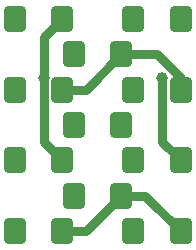
<source format=gbr>
%TF.GenerationSoftware,KiCad,Pcbnew,7.0.1*%
%TF.CreationDate,2024-10-11T19:42:49-04:00*%
%TF.ProjectId,PESTFlex,50455354-466c-4657-982e-6b696361645f,rev?*%
%TF.SameCoordinates,Original*%
%TF.FileFunction,Copper,L2,Bot*%
%TF.FilePolarity,Positive*%
%FSLAX46Y46*%
G04 Gerber Fmt 4.6, Leading zero omitted, Abs format (unit mm)*
G04 Created by KiCad (PCBNEW 7.0.1) date 2024-10-11 19:42:49*
%MOMM*%
%LPD*%
G01*
G04 APERTURE LIST*
G04 Aperture macros list*
%AMRoundRect*
0 Rectangle with rounded corners*
0 $1 Rounding radius*
0 $2 $3 $4 $5 $6 $7 $8 $9 X,Y pos of 4 corners*
0 Add a 4 corners polygon primitive as box body*
4,1,4,$2,$3,$4,$5,$6,$7,$8,$9,$2,$3,0*
0 Add four circle primitives for the rounded corners*
1,1,$1+$1,$2,$3*
1,1,$1+$1,$4,$5*
1,1,$1+$1,$6,$7*
1,1,$1+$1,$8,$9*
0 Add four rect primitives between the rounded corners*
20,1,$1+$1,$2,$3,$4,$5,0*
20,1,$1+$1,$4,$5,$6,$7,0*
20,1,$1+$1,$6,$7,$8,$9,0*
20,1,$1+$1,$8,$9,$2,$3,0*%
G04 Aperture macros list end*
%TA.AperFunction,SMDPad,CuDef*%
%ADD10RoundRect,0.247222X0.642778X0.832778X-0.642778X0.832778X-0.642778X-0.832778X0.642778X-0.832778X0*%
%TD*%
%TA.AperFunction,ViaPad*%
%ADD11C,1.000000*%
%TD*%
%TA.AperFunction,Conductor*%
%ADD12C,0.800000*%
%TD*%
G04 APERTURE END LIST*
D10*
%TO.P,D3,1,K*%
%TO.N,/Y0*%
X37000000Y-29000000D03*
%TO.P,D3,2,A*%
%TO.N,Net-(D3-A)*%
X33000000Y-29000000D03*
%TD*%
%TO.P,D4,1,K*%
%TO.N,/Y0*%
X42000000Y-26000000D03*
%TO.P,D4,2,A*%
%TO.N,Net-(D4-A)*%
X38000000Y-26000000D03*
%TD*%
%TO.P,D6,1,K*%
%TO.N,/X0*%
X37000000Y-35000000D03*
%TO.P,D6,2,A*%
%TO.N,Net-(D6-A)*%
X33000000Y-35000000D03*
%TD*%
%TO.P,D5,1,K*%
%TO.N,/Y0*%
X47000000Y-29000000D03*
%TO.P,D5,2,A*%
%TO.N,Net-(D5-A)*%
X43000000Y-29000000D03*
%TD*%
%TO.P,D7,1,K*%
%TO.N,/X1*%
X42000000Y-32000000D03*
%TO.P,D7,2,A*%
%TO.N,Net-(D7-A)*%
X38000000Y-32000000D03*
%TD*%
%TO.P,D11,1,K*%
%TO.N,/Y1*%
X47000000Y-41000000D03*
%TO.P,D11,2,A*%
%TO.N,Net-(D11-A)*%
X43000000Y-41000000D03*
%TD*%
%TO.P,D8,1,K*%
%TO.N,/X2*%
X47000000Y-35000000D03*
%TO.P,D8,2,A*%
%TO.N,Net-(D8-A)*%
X43000000Y-35000000D03*
%TD*%
%TO.P,D10,1,K*%
%TO.N,/Y1*%
X42000000Y-38000000D03*
%TO.P,D10,2,A*%
%TO.N,Net-(D10-A)*%
X38000000Y-38000000D03*
%TD*%
%TO.P,D1,1,K*%
%TO.N,/X0*%
X37000000Y-23000000D03*
%TO.P,D1,2,A*%
%TO.N,Net-(D1-A)*%
X33000000Y-23000000D03*
%TD*%
%TO.P,D9,1,K*%
%TO.N,/Y1*%
X37000000Y-41000000D03*
%TO.P,D9,2,A*%
%TO.N,Net-(D9-A)*%
X33000000Y-41000000D03*
%TD*%
%TO.P,D2,1,K*%
%TO.N,/X2*%
X47000000Y-23000000D03*
%TO.P,D2,2,A*%
%TO.N,Net-(D2-A)*%
X43000000Y-23000000D03*
%TD*%
D11*
%TO.N,/X0*%
X37101135Y-35446259D03*
X35410000Y-28000000D03*
%TO.N,Net-(D1-A)*%
X33000000Y-23000000D03*
%TO.N,/X2*%
X46797010Y-23142135D03*
X45410000Y-28000000D03*
X47102678Y-35444716D03*
%TO.N,Net-(D2-A)*%
X43000000Y-23000000D03*
%TO.N,/Y0*%
X46797010Y-29142135D03*
X36798456Y-29144200D03*
%TO.N,Net-(D3-A)*%
X33000000Y-29000000D03*
%TO.N,Net-(D4-A)*%
X38000000Y-26000000D03*
%TO.N,Net-(D5-A)*%
X43000000Y-29000000D03*
%TO.N,Net-(D6-A)*%
X33000000Y-35000000D03*
%TO.N,/X1*%
X41797010Y-32142135D03*
%TO.N,Net-(D7-A)*%
X38000000Y-32000000D03*
%TO.N,Net-(D8-A)*%
X43000000Y-35000000D03*
%TO.N,/Y1*%
X36797010Y-41142135D03*
X46797010Y-41142135D03*
%TO.N,Net-(D9-A)*%
X33000000Y-41000000D03*
%TO.N,Net-(D10-A)*%
X38000000Y-38000000D03*
%TO.N,Net-(D11-A)*%
X43000000Y-41000000D03*
%TD*%
D12*
%TO.N,/X0*%
X35410000Y-28000000D02*
X35410000Y-33410000D01*
X35410000Y-24590000D02*
X35410000Y-28000000D01*
X35410000Y-33410000D02*
X37000000Y-35000000D01*
X37000000Y-23000000D02*
X35410000Y-24590000D01*
%TO.N,/X2*%
X45410000Y-33410000D02*
X47000000Y-35000000D01*
X45410000Y-28000000D02*
X45410000Y-33410000D01*
%TO.N,/Y0*%
X44965635Y-26000000D02*
X47000000Y-28034365D01*
X47000000Y-28034365D02*
X47000000Y-29000000D01*
X42000000Y-26000000D02*
X39000000Y-29000000D01*
X42000000Y-26000000D02*
X44965635Y-26000000D01*
X39000000Y-29000000D02*
X37000000Y-29000000D01*
%TO.N,/Y1*%
X42000000Y-38000000D02*
X44000000Y-38000000D01*
X39000000Y-41000000D02*
X37000000Y-41000000D01*
X44000000Y-38000000D02*
X47000000Y-41000000D01*
X42000000Y-38000000D02*
X39000000Y-41000000D01*
%TD*%
M02*

</source>
